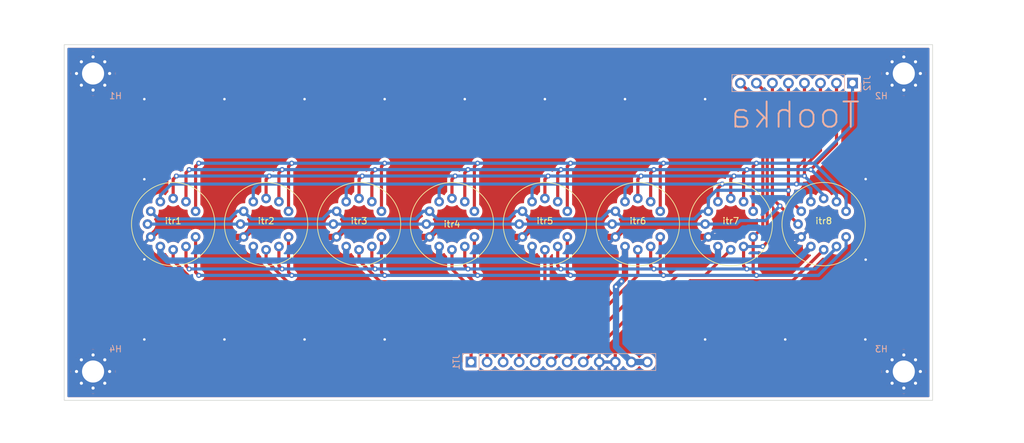
<source format=kicad_pcb>
(kicad_pcb (version 20211014) (generator pcbnew)
  (layers (0 "F.Cu" signal) (31 "B.Cu" signal) (34 "B.Paste" user) (35 "F.Paste" user) (36 "B.SilkS" user "B.Silkscreen") (37 "F.SilkS" user "F.Silkscreen") (38 "B.Mask" user) (39 "F.Mask" user) (44 "Edge.Cuts" user))
  (net 0 "")
  (net 1 "B")
  (net 2 "A")
  (net 3 "G")
  (net 4 "F")
  (net 5 "E")
  (net 6 "D")
  (net 7 "+1V5")
  (net 8 "Gr1")
  (net 9 "C")
  (net 10 "GND")
  (net 11 "DP")
  (net 12 "Gr2")
  (net 13 "Gr3")
  (net 14 "Gr4")
  (net 15 "Gr5")
  (net 16 "Gr6")
  (net 17 "Gr7")
  (net 18 "Gr8")
  (footprint "Itron:itron_IV_6" (layer "F.Cu") (at 169.164 108.712)
    (fp_text reference "itr7" (at 0 -0.5 unlocked) (layer "F.SilkS"))
    (fp_text value "itron_IV_6")
    (fp_circle (center 0 0) (end 6.604 0) (layer "F.SilkS") (width 0.12) (fill none))
    (pad "1" thru_hole circle (at 3.556 -2.032) (size 1.524 1.524) (drill 0.762) (layers *.Cu *.Mask) (net 1 "B"))
    (pad "2" thru_hole circle (at 2.032 -3.556) (size 1.524 1.524) (drill 0.762) (layers *.Cu *.Mask) (net 2 "A"))
    (pad "3" thru_hole circle (at 0 -4.064) (size 1.524 1.524) (drill 0.762) (layers *.Cu *.Mask) (net 3 "G"))
    (pad "4" thru_hole circle (at -2.032 -3.556) (size 1.524 1.524) (drill 0.762) (layers *.Cu *.Mask) (net 4 "F"))
    (pad "5" thru_hole circle (at -3.556 -2.032) (size 1.524 1.524) (drill 0.762) (layers *.Cu *.Mask) (net 5 "E"))
    (pad "6" thru_hole circle (at -4.064 0) (size 1.524 1.524) (drill 0.762) (layers *.Cu *.Mask) (net 6 "D"))
    (pad "7" thru_hole circle (at -3.556 2.032) (size 1.524 1.524) (drill 0.762) (layers *.Cu *.Mask) (net 10 "GND"))
    (pad "8" thru_hole circle (at -2.032 3.556) (size 1.524 1.524) (drill 0.762) (layers *.Cu *.Mask) (net 7 "+1V5"))
    (pad "9" thru_hole circle (at 0 4.064) (size 1.524 1.524) (drill 0.762) (layers *.Cu *.Mask) (net 17 "Gr7"))
    (pad "10" thru_hole circle (at 2.032 3.556) (size 1.524 1.524) (drill 0.762) (layers *.Cu *.Mask) (net 9 "C"))
    (pad "11" thru_hole circle (at 3.556 2.032) (size 1.524 1.524) (drill 0.762) (layers *.Cu *.Mask) (net 11 "DP"))
  )
  (footprint "Itron:itron_IV_6" (layer "F.Cu") (at 154.432 108.712)
    (fp_text reference "itr6" (at 0 -0.5 unlocked) (layer "F.SilkS"))
    (fp_text value "itron_IV_6")
    (fp_circle (center 0 0) (end 6.604 0) (layer "F.SilkS") (width 0.12) (fill none))
    (pad "1" thru_hole circle (at 3.556 -2.032) (size 1.524 1.524) (drill 0.762) (layers *.Cu *.Mask) (net 1 "B"))
    (pad "2" thru_hole circle (at 2.032 -3.556) (size 1.524 1.524) (drill 0.762) (layers *.Cu *.Mask) (net 2 "A"))
    (pad "3" thru_hole circle (at 0 -4.064) (size 1.524 1.524) (drill 0.762) (layers *.Cu *.Mask) (net 3 "G"))
    (pad "4" thru_hole circle (at -2.032 -3.556) (size 1.524 1.524) (drill 0.762) (layers *.Cu *.Mask) (net 4 "F"))
    (pad "5" thru_hole circle (at -3.556 -2.032) (size 1.524 1.524) (drill 0.762) (layers *.Cu *.Mask) (net 5 "E"))
    (pad "6" thru_hole circle (at -4.064 0) (size 1.524 1.524) (drill 0.762) (layers *.Cu *.Mask) (net 6 "D"))
    (pad "7" thru_hole circle (at -3.556 2.032) (size 1.524 1.524) (drill 0.762) (layers *.Cu *.Mask) (net 10 "GND"))
    (pad "8" thru_hole circle (at -2.032 3.556) (size 1.524 1.524) (drill 0.762) (layers *.Cu *.Mask) (net 7 "+1V5"))
    (pad "9" thru_hole circle (at 0 4.064) (size 1.524 1.524) (drill 0.762) (layers *.Cu *.Mask) (net 16 "Gr6"))
    (pad "10" thru_hole circle (at 2.032 3.556) (size 1.524 1.524) (drill 0.762) (layers *.Cu *.Mask) (net 9 "C"))
    (pad "11" thru_hole circle (at 3.556 2.032) (size 1.524 1.524) (drill 0.762) (layers *.Cu *.Mask) (net 11 "DP"))
  )
  (footprint "MountingHole:MountingHole_3.5mm_Pad_Via" (layer "F.Cu") (at 196.596 84.836)
    (fp_text reference "H2" (at -3.556 3.556) (layer "B.SilkS") (effects (justify mirror)))
    (fp_text value "MountingHole_Pad")
    (pad "1" thru_hole circle (at -2.625 0) (size 0.8 0.8) (drill 0.5) (layers *.Cu *.Mask) (net 10 "GND"))
    (pad "1" thru_hole circle (at 0 2.625) (size 0.8 0.8) (drill 0.5) (layers *.Cu *.Mask) (net 10 "GND"))
    (pad "1" thru_hole circle (at 2.625 0) (size 0.8 0.8) (drill 0.5) (layers *.Cu *.Mask) (net 10 "GND"))
    (pad "1" thru_hole circle (at 1.856155 1.856155) (size 0.8 0.8) (drill 0.5) (layers *.Cu *.Mask) (net 10 "GND"))
    (pad "1" thru_hole circle (at -1.856155 -1.856155) (size 0.8 0.8) (drill 0.5) (layers *.Cu *.Mask) (net 10 "GND"))
    (pad "1" thru_hole circle (at -1.856155 1.856155) (size 0.8 0.8) (drill 0.5) (layers *.Cu *.Mask) (net 10 "GND"))
    (pad "1" thru_hole circle (at 0 0) (size 7 7) (drill 3.5) (layers *.Cu *.Mask) (net 10 "GND"))
    (pad "1" thru_hole circle (at 0 -2.625) (size 0.8 0.8) (drill 0.5) (layers *.Cu *.Mask) (net 10 "GND"))
    (pad "1" thru_hole circle (at 1.856155 -1.856155) (size 0.8 0.8) (drill 0.5) (layers *.Cu *.Mask) (net 10 "GND"))
  )
  (footprint "Itron:itron_IV_6" (layer "F.Cu") (at 95.504 108.712)
    (fp_text reference "itr2" (at 0 -0.5 unlocked) (layer "F.SilkS"))
    (fp_text value "itron_IV_6")
    (fp_circle (center 0 0) (end 6.604 0) (layer "F.SilkS") (width 0.12) (fill none))
    (pad "1" thru_hole circle (at 3.556 -2.032) (size 1.524 1.524) (drill 0.762) (layers *.Cu *.Mask) (net 1 "B"))
    (pad "2" thru_hole circle (at 2.032 -3.556) (size 1.524 1.524) (drill 0.762) (layers *.Cu *.Mask) (net 2 "A"))
    (pad "3" thru_hole circle (at 0 -4.064) (size 1.524 1.524) (drill 0.762) (layers *.Cu *.Mask) (net 3 "G"))
    (pad "4" thru_hole circle (at -2.032 -3.556) (size 1.524 1.524) (drill 0.762) (layers *.Cu *.Mask) (net 4 "F"))
    (pad "5" thru_hole circle (at -3.556 -2.032) (size 1.524 1.524) (drill 0.762) (layers *.Cu *.Mask) (net 5 "E"))
    (pad "6" thru_hole circle (at -4.064 0) (size 1.524 1.524) (drill 0.762) (layers *.Cu *.Mask) (net 6 "D"))
    (pad "7" thru_hole circle (at -3.556 2.032) (size 1.524 1.524) (drill 0.762) (layers *.Cu *.Mask) (net 10 "GND"))
    (pad "8" thru_hole circle (at -2.032 3.556) (size 1.524 1.524) (drill 0.762) (layers *.Cu *.Mask) (net 7 "+1V5"))
    (pad "9" thru_hole circle (at 0 4.064) (size 1.524 1.524) (drill 0.762) (layers *.Cu *.Mask) (net 12 "Gr2"))
    (pad "10" thru_hole circle (at 2.032 3.556) (size 1.524 1.524) (drill 0.762) (layers *.Cu *.Mask) (net 9 "C"))
    (pad "11" thru_hole circle (at 3.556 2.032) (size 1.524 1.524) (drill 0.762) (layers *.Cu *.Mask) (net 11 "DP"))
  )
  (footprint "Itron:itron_IV_6" (layer "F.Cu") (at 110.236 108.712)
    (fp_text reference "itr3" (at 0 -0.5 unlocked) (layer "F.SilkS"))
    (fp_text value "itron_IV_6")
    (fp_circle (center 0 0) (end 6.604 0) (layer "F.SilkS") (width 0.12) (fill none))
    (pad "1" thru_hole circle (at 3.556 -2.032) (size 1.524 1.524) (drill 0.762) (layers *.Cu *.Mask) (net 1 "B"))
    (pad "2" thru_hole circle (at 2.032 -3.556) (size 1.524 1.524) (drill 0.762) (layers *.Cu *.Mask) (net 2 "A"))
    (pad "3" thru_hole circle (at 0 -4.064) (size 1.524 1.524) (drill 0.762) (layers *.Cu *.Mask) (net 3 "G"))
    (pad "4" thru_hole circle (at -2.032 -3.556) (size 1.524 1.524) (drill 0.762) (layers *.Cu *.Mask) (net 4 "F"))
    (pad "5" thru_hole circle (at -3.556 -2.032) (size 1.524 1.524) (drill 0.762) (layers *.Cu *.Mask) (net 5 "E"))
    (pad "6" thru_hole circle (at -4.064 0) (size 1.524 1.524) (drill 0.762) (layers *.Cu *.Mask) (net 6 "D"))
    (pad "7" thru_hole circle (at -3.556 2.032) (size 1.524 1.524) (drill 0.762) (layers *.Cu *.Mask) (net 10 "GND"))
    (pad "8" thru_hole circle (at -2.032 3.556) (size 1.524 1.524) (drill 0.762) (layers *.Cu *.Mask) (net 7 "+1V5"))
    (pad "9" thru_hole circle (at 0 4.064) (size 1.524 1.524) (drill 0.762) (layers *.Cu *.Mask) (net 13 "Gr3"))
    (pad "10" thru_hole circle (at 2.032 3.556) (size 1.524 1.524) (drill 0.762) (layers *.Cu *.Mask) (net 9 "C"))
    (pad "11" thru_hole circle (at 3.556 2.032) (size 1.524 1.524) (drill 0.762) (layers *.Cu *.Mask) (net 11 "DP"))
  )
  (footprint "Itron:itron_IV_6" (layer "F.Cu") (at 183.896 108.712)
    (fp_text reference "itr8" (at 0 -0.5 unlocked) (layer "F.SilkS"))
    (fp_text value "itron_IV_6")
    (fp_circle (center 0 0) (end 6.604 0) (layer "F.SilkS") (width 0.12) (fill none))
    (pad "1" thru_hole circle (at 3.556 -2.032) (size 1.524 1.524) (drill 0.762) (layers *.Cu *.Mask) (net 1 "B"))
    (pad "2" thru_hole circle (at 2.032 -3.556) (size 1.524 1.524) (drill 0.762) (layers *.Cu *.Mask) (net 2 "A"))
    (pad "3" thru_hole circle (at 0 -4.064) (size 1.524 1.524) (drill 0.762) (layers *.Cu *.Mask) (net 3 "G"))
    (pad "4" thru_hole circle (at -2.032 -3.556) (size 1.524 1.524) (drill 0.762) (layers *.Cu *.Mask) (net 4 "F"))
    (pad "5" thru_hole circle (at -3.556 -2.032) (size 1.524 1.524) (drill 0.762) (layers *.Cu *.Mask) (net 5 "E"))
    (pad "6" thru_hole circle (at -4.064 0) (size 1.524 1.524) (drill 0.762) (layers *.Cu *.Mask) (net 6 "D"))
    (pad "7" thru_hole circle (at -3.556 2.032) (size 1.524 1.524) (drill 0.762) (layers *.Cu *.Mask) (net 10 "GND"))
    (pad "8" thru_hole circle (at -2.032 3.556) (size 1.524 1.524) (drill 0.762) (layers *.Cu *.Mask) (net 7 "+1V5"))
    (pad "9" thru_hole circle (at 0 4.064) (size 1.524 1.524) (drill 0.762) (layers *.Cu *.Mask) (net 18 "Gr8"))
    (pad "10" thru_hole circle (at 2.032 3.556) (size 1.524 1.524) (drill 0.762) (layers *.Cu *.Mask) (net 9 "C"))
    (pad "11" thru_hole circle (at 3.556 2.032) (size 1.524 1.524) (drill 0.762) (layers *.Cu *.Mask) (net 11 "DP"))
  )
  (footprint "MountingHole:MountingHole_3.5mm_Pad_Via" (layer "F.Cu") (at 68.072 132.08)
    (fp_text reference "H4" (at 3.556 -3.556) (layer "B.SilkS") (effects (justify mirror)))
    (fp_text value "MountingHole_Pad")
    (pad "1" thru_hole circle (at 1.856155 -1.856155) (size 0.8 0.8) (drill 0.5) (layers *.Cu *.Mask) (net 10 "GND"))
    (pad "1" thru_hole circle (at 2.625 0) (size 0.8 0.8) (drill 0.5) (layers *.Cu *.Mask) (net 10 "GND"))
    (pad "1" thru_hole circle (at -2.625 0) (size 0.8 0.8) (drill 0.5) (layers *.Cu *.Mask) (net 10 "GND"))
    (pad "1" thru_hole circle (at -1.856155 1.856155) (size 0.8 0.8) (drill 0.5) (layers *.Cu *.Mask) (net 10 "GND"))
    (pad "1" thru_hole circle (at 0 0) (size 7 7) (drill 3.5) (layers *.Cu *.Mask) (net 10 "GND"))
    (pad "1" thru_hole circle (at -1.856155 -1.856155) (size 0.8 0.8) (drill 0.5) (layers *.Cu *.Mask) (net 10 "GND"))
    (pad "1" thru_hole circle (at 0 2.625) (size 0.8 0.8) (drill 0.5) (layers *.Cu *.Mask) (net 10 "GND"))
    (pad "1" thru_hole circle (at 1.856155 1.856155) (size 0.8 0.8) (drill 0.5) (layers *.Cu *.Mask) (net 10 "GND"))
    (pad "1" thru_hole circle (at 0 -2.625) (size 0.8 0.8) (drill 0.5) (layers *.Cu *.Mask) (net 10 "GND"))
  )
  (footprint "Itron:itron_IV_6" (layer "F.Cu") (at 124.968 108.712)
    (fp_text reference "itr4" (at 0 0 unlocked) (layer "F.SilkS"))
    (fp_text value "itron_IV_6")
    (fp_circle (center 0 0) (end 6.604 0) (layer "F.SilkS") (width 0.12) (fill none))
    (pad "1" thru_hole circle (at 3.556 -2.032) (size 1.524 1.524) (drill 0.762) (layers *.Cu *.Mask) (net 1 "B"))
    (pad "2" thru_hole circle (at 2.032 -3.556) (size 1.524 1.524) (drill 0.762) (layers *.Cu *.Mask) (net 2 "A"))
    (pad "3" thru_hole circle (at 0 -4.064) (size 1.524 1.524) (drill 0.762) (layers *.Cu *.Mask) (net 3 "G"))
    (pad "4" thru_hole circle (at -2.032 -3.556) (size 1.524 1.524) (drill 0.762) (layers *.Cu *.Mask) (net 4 "F"))
    (pad "5" thru_hole circle (at -3.556 -2.032) (size 1.524 1.524) (drill 0.762) (layers *.Cu *.Mask) (net 5 "E"))
    (pad "6" thru_hole circle (at -4.064 0) (size 1.524 1.524) (drill 0.762) (layers *.Cu *.Mask) (net 6 "D"))
    (pad "7" thru_hole circle (at -3.556 2.032) (size 1.524 1.524) (drill 0.762) (layers *.Cu *.Mask) (net 10 "GND"))
    (pad "8" thru_hole circle (at -2.032 3.556) (size 1.524 1.524) (drill 0.762) (layers *.Cu *.Mask) (net 7 "+1V5"))
    (pad "9" thru_hole circle (at 0 4.064) (size 1.524 1.524) (drill 0.762) (layers *.Cu *.Mask) (net 14 "Gr4"))
    (pad "10" thru_hole circle (at 2.032 3.556) (size 1.524 1.524) (drill 0.762) (layers *.Cu *.Mask) (net 9 "C"))
    (pad "11" thru_hole circle (at 3.556 2.032) (size 1.524 1.524) (drill 0.762) (layers *.Cu *.Mask) (net 11 "DP"))
  )
  (footprint "MountingHole:MountingHole_3.5mm_Pad_Via" (layer "F.Cu") (at 68.072 84.836)
    (fp_text reference "H1" (at 3.556 3.556) (layer "B.SilkS") (effects (justify mirror)))
    (fp_text value "MountingHole_Pad")
    (pad "1" thru_hole circle (at 0 0) (size 7 7) (drill 3.5) (layers *.Cu *.Mask) (net 10 "GND"))
    (pad "1" thru_hole circle (at -1.856155 1.856155) (size 0.8 0.8) (drill 0.5) (layers *.Cu *.Mask) (net 10 "GND"))
    (pad "1" thru_hole circle (at -1.856155 -1.856155) (size 0.8 0.8) (drill 0.5) (layers *.Cu *.Mask) (net 10 "GND"))
    (pad "1" thru_hole circle (at 1.856155 1.856155) (size 0.8 0.8) (drill 0.5) (layers *.Cu *.Mask) (net 10 "GND"))
    (pad "1" thru_hole circle (at -2.625 0) (size 0.8 0.8) (drill 0.5) (layers *.Cu *.Mask) (net 10 "GND"))
    (pad "1" thru_hole circle (at 0 2.625) (size 0.8 0.8) (drill 0.5) (layers *.Cu *.Mask) (net 10 "GND"))
    (pad "1" thru_hole circle (at 0 -2.625) (size 0.8 0.8) (drill 0.5) (layers *.Cu *.Mask) (net 10 "GND"))
    (pad "1" thru_hole circle (at 1.856155 -1.856155) (size 0.8 0.8) (drill 0.5) (layers *.Cu *.Mask) (net 10 "GND"))
    (pad "1" thru_hole circle (at 2.625 0) (size 0.8 0.8) (drill 0.5) (layers *.Cu *.Mask) (net 10 "GND"))
  )
  (footprint "Itron:itron_IV_6" (layer "F.Cu") (at 80.772 108.712)
    (fp_text reference "itr1" (at 0 -0.5 unlocked) (layer "F.SilkS"))
    (fp_text value "itron_IV_6")
    (fp_circle (center 0 0) (end 6.604 0) (layer "F.SilkS") (width 0.12) (fill none))
    (pad "1" thru_hole circle (at 3.556 -2.032) (size 1.524 1.524) (drill 0.762) (layers *.Cu *.Mask) (net 1 "B"))
    (pad "2" thru_hole circle (at 2.032 -3.556) (size 1.524 1.524) (drill 0.762) (layers *.Cu *.Mask) (net 2 "A"))
    (pad "3" thru_hole circle (at 0 -4.064) (size 1.524 1.524) (drill 0.762) (layers *.Cu *.Mask) (net 3 "G"))
    (pad "4" thru_hole circle (at -2.032 -3.556) (size 1.524 1.524) (drill 0.762) (layers *.Cu *.Mask) (net 4 "F"))
    (pad "5" thru_hole circle (at -3.556 -2.032) (size 1.524 1.524) (drill 0.762) (layers *.Cu *.Mask) (net 5 "E"))
    (pad "6" thru_hole circle (at -4.064 0) (size 1.524 1.524) (drill 0.762) (layers *.Cu *.Mask) (net 6 "D"))
    (pad "7" thru_hole circle (at -3.556 2.032) (size 1.524 1.524) (drill 0.762) (layers *.Cu *.Mask) (net 10 "GND"))
    (pad "8" thru_hole circle (at -2.032 3.556) (size 1.524 1.524) (drill 0.762) (layers *.Cu *.Mask) (net 7 "+1V5"))
    (pad "9" thru_hole circle (at 0 4.064) (size 1.524 1.524) (drill 0.762) (layers *.Cu *.Mask) (net 8 "Gr1"))
    (pad "10" thru_hole circle (at 2.032 3.556) (size 1.524 1.524) (drill 0.762) (layers *.Cu *.Mask) (net 9 "C"))
    (pad "11" thru_hole circle (at 3.556 2.032) (size 1.524 1.524) (drill 0.762) (layers *.Cu *.Mask) (net 11 "DP"))
  )
  (footprint "Itron:itron_IV_6" (layer "F.Cu") (at 139.7 108.712)
    (fp_text reference "itr5" (at 0 -0.5 unlocked) (layer "F.SilkS"))
    (fp_text value "itron_IV_6")
    (fp_circle (center 0 0) (end 6.604 0) (layer "F.SilkS") (width 0.12) (fill none))
    (pad "1" thru_hole circle (at 3.556 -2.032) (size 1.524 1.524) (drill 0.762) (layers *.Cu *.Mask) (net 1 "B"))
    (pad "2" thru_hole circle (at 2.032 -3.556) (size 1.524 1.524) (drill 0.762) (layers *.Cu *.Mask) (net 2 "A"))
    (pad "3" thru_hole circle (at 0 -4.064) (size 1.524 1.524) (drill 0.762) (layers *.Cu *.Mask) (net 3 "G"))
    (pad "4" thru_hole circle (at -2.032 -3.556) (size 1.524 1.524) (drill 0.762) (layers *.Cu *.Mask) (net 4 "F"))
    (pad "5" thru_hole circle (at -3.556 -2.032) (size 1.524 1.524) (drill 0.762) (layers *.Cu *.Mask) (net 5 "E"))
    (pad "6" thru_hole circle (at -4.064 0) (size 1.524 1.524) (drill 0.762) (layers *.Cu *.Mask) (net 6 "D"))
    (pad "7" thru_hole circle (at -3.556 2.032) (size 1.524 1.524) (drill 0.762) (layers *.Cu *.Mask) (net 10 "GND"))
    (pad "8" thru_hole circle (at -2.032 3.556) (size 1.524 1.524) (drill 0.762) (layers *.Cu *.Mask) (net 7 "+1V5"))
    (pad "9" thru_hole circle (at 0 4.064) (size 1.524 1.524) (drill 0.762) (layers *.Cu *.Mask) (net 15 "Gr5"))
    (pad "10" thru_hole circle (at 2.032 3.556) (size 1.524 1.524) (drill 0.762) (layers *.Cu *.Mask) (net 9 "C"))
    (pad "11" thru_hole circle (at 3.556 2.032) (size 1.524 1.524) (drill 0.762) (layers *.Cu *.Mask) (net 11 "DP"))
  )
  (footprint "MountingHole:MountingHole_3.5mm_Pad_Via" (layer "F.Cu") (at 196.596 132.08)
    (fp_text reference "H3" (at -3.556 -3.556) (layer "B.SilkS") (effects (justify mirror)))
    (fp_text value "MountingHole_Pad")
    (pad "1" thru_hole circle (at 1.856155 1.856155) (size 0.8 0.8) (drill 0.5) (layers *.Cu *.Mask) (net 10 "GND"))
    (pad "1" thru_hole circle (at -1.856155 -1.856155) (size 0.8 0.8) (drill 0.5) (layers *.Cu *.Mask) (net 10 "GND"))
    (pad "1" thru_hole circle (at -1.856155 1.856155) (size 0.8 0.8) (drill 0.5) (layers *.Cu *.Mask) (net 10 "GND"))
    (pad "1" thru_hole circle (at 2.625 0) (size 0.8 0.8) (drill 0.5) (layers *.Cu *.Mask) (net 10 "GND"))
    (pad "1" thru_hole circle (at 0 -2.625) (size 0.8 0.8) (drill 0.5) (layers *.Cu *.Mask) (net 10 "GND"))
    (pad "1" thru_hole circle (at 1.856155 -1.856155) (size 0.8 0.8) (drill 0.5) (layers *.Cu *.Mask) (net 10 "GND"))
    (pad "1" thru_hole circle (at 0 0) (size 7 7) (drill 3.5) (layers *.Cu *.Mask) (net 10 "GND"))
    (pad "1" thru_hole circle (at 0 2.625) (size 0.8 0.8) (drill 0.5) (layers *.Cu *.Mask) (net 10 "GND"))
    (pad "1" thru_hole circle (at -2.625 0) (size 0.8 0.8) (drill 0.5) (layers *.Cu *.Mask) (net 10 "GND"))
  )
  (footprint "Connector_PinHeader_2.54mm:PinHeader_1x12_P2.54mm_Vertical" (layer "B.Cu") (at 128 130.575 -90)
    (fp_text reference "JT1" (at 0 2.33 90) (layer "B.SilkS") (effects (justify mirror)))
    (fp_text value "Conn_01x12")
    (fp_line (start -1.33 1.33) (end 0 1.33) (layer "B.SilkS") (width 0.12))
    (fp_line (start -1.33 -1.27) (end 1.33 -1.27) (layer "B.SilkS") (width 0.12))
    (fp_line (start 1.33 -1.27) (end 1.33 -29.27) (layer "B.SilkS") (width 0.12))
    (fp_line (start -1.33 -29.27) (end 1.33 -29.27) (layer "B.SilkS") (width 0.12))
    (fp_line (start -1.33 -1.27) (end -1.33 -29.27) (layer "B.SilkS") (width 0.12))
    (fp_line (start -1.33 0) (end -1.33 1.33) (layer "B.SilkS") (width 0.12))
    (pad "1" thru_hole rect (at 0 0 270) (size 1.7 1.7) (drill 1) (layers *.Cu *.Mask) (net 8 "Gr1"))
    (pad "2" thru_hole oval (at 0 -2.54 270) (size 1.7 1.7) (drill 1) (layers *.Cu *.Mask) (net 12 "Gr2"))
    (pad "3" thru_hole oval (at 0 -5.08 270) (size 1.7 1.7) (drill 1) (layers *.Cu *.Mask) (net 13 "Gr3"))
    (pad "4" thru_hole oval (at 0 -7.62 270) (size 1.7 1.7) (drill 1) (layers *.Cu *.Mask) (net 14 "Gr4"))
    (pad "5" thru_hole oval (at 0 -10.16 270) (size 1.7 1.7) (drill 1) (layers *.Cu *.Mask) (net 15 "Gr5"))
    (pad "6" thru_hole oval (at 0 -12.7 270) (size 1.7 1.7) (drill 1) (layers *.Cu *.Mask) (net 16 "Gr6"))
    (pad "7" thru_hole oval (at 0 -15.24 270) (size 1.7 1.7) (drill 1) (layers *.Cu *.Mask) (net 17 "Gr7"))
    (pad "8" thru_hole oval (at 0 -17.78 270) (size 1.7 1.7) (drill 1) (layers *.Cu *.Mask) (net 18 "Gr8"))
    (pad "9" thru_hole oval (at 0 -20.32 270) (size 1.7 1.7) (drill 1) (layers *.Cu *.Mask) (net 10 "GND"))
    (pad "10" thru_hole oval (at 0 -22.86 270) (size 1.7 1.7) (drill 1) (layers *.Cu *.Mask) (net 10 "GND"))
    (pad "11" thru_hole oval (at 0 -25.4 270) (size 1.7 1.7) (drill 1) (layers *.Cu *.Mask) (net 7 "+1V5"))
    (pad "12" thru_hole oval (at 0 -27.94 270) (size 1.7 1.7) (drill 1) (layers *.Cu *.Mask) (net 7 "+1V5"))
  )
  (footprint "Connector_PinHeader_2.54mm:PinHeader_1x08_P2.54mm_Vertical" (layer "B.Cu") (at 188.468 86.36 90)
    (fp_text reference "JT2" (at 0 2.33 90) (layer "B.SilkS") (effects (justify mirror)))
    (fp_text value "Conn_01x08")
    (fp_line (start -1.33 -1.27) (end 1.33 -1.27) (layer "B.SilkS") (width 0.12))
    (fp_line (start 1.33 -1.27) (end 1.33 -19.11) (layer "B.SilkS") (width 0.12))
    (fp_line (start -1.33 -1.27) (end -1.33 -19.11) (layer "B.SilkS") (width 0.12))
    (fp_line (start -1.33 -19.11) (end 1.33 -19.11) (layer "B.SilkS") (width 0.12))
    (fp_line (start -1.33 1.33) (end 0 1.33) (layer "B.SilkS") (width 0.12))
    (fp_line (start -1.33 0) (end -1.33 1.33) (layer "B.SilkS") (width 0.12))
    (pad "1" thru_hole rect (at 0 0 90) (size 1.7 1.7) (drill 1) (layers *.Cu *.Mask) (net 1 "B"))
    (pad "2" thru_hole oval (at 0 -2.54 90) (size 1.7 1.7) (drill 1) (layers *.Cu *.Mask) (net 2 "A"))
    (pad "3" thru_hole oval (at 0 -5.08 90) (size 1.7 1.7) (drill 1) (layers *.Cu *.Mask) (net 3 "G"))
    (pad "4" thru_hole oval (at 0 -7.62 90) (size 1.7 1.7) (drill 1) (layers *.Cu *.Mask) (net 4 "F"))
    (pad "5" thru_hole oval (at 0 -10.16 90) (size 1.7 1.7) (drill 1) (layers *.Cu *.Mask) (net 5 "E"))
    (pad "6" thru_hole oval (at 0 -12.7 90) (size 1.7 1.7) (drill 1) (layers *.Cu *.Mask) (net 6 "D"))
    (pad "7" thru_hole oval (at 0 -15.24 90) (size 1.7 1.7) (drill 1) (layers *.Cu *.Mask) (net 9 "C"))
    (pad "8" thru_hole oval (at 0 -17.78 90) (size 1.7 1.7) (drill 1) (layers *.Cu *.Mask) (net 11 "DP"))
  )
  (gr_rect (start 63.5 80.264) (end 201.168 136.652) (layer "Edge.Cuts") (width 0.1) (fill none))
  (gr_text "Toohka" (at 179.324 91.44) (layer "B.SilkS") (effects (font (size 4 4) (thickness 0.3)) (justify mirror)))
  (segment (start 113.792 106.68) (end 113.792 99.568) (width 0.5) (layer "F.Cu") (net 1))
  (segment (start 157.988 106.68) (end 157.988 99.568) (width 0.5) (layer "F.Cu") (net 1))
  (segment (start 113.792 99.568) (end 114.3 99.06) (width 0.5) (layer "F.Cu") (net 1))
  (segment (start 128.524 106.68) (end 128.524 99.568) (width 0.5) (layer "F.Cu") (net 1))
  (segment (start 128.524 99.568) (end 129.032 99.06) (width 0.5) (layer "F.Cu") (net 1))
  (segment (start 99.06 106.68) (end 99.06 99.568) (width 0.5) (layer "F.Cu") (net 1))
  (segment (start 84.328 99.568) (end 84.836 99.06) (width 0.5) (layer "F.Cu") (net 1))
  (segment (start 143.256 99.568) (end 143.764 99.06) (width 0.5) (layer "F.Cu") (net 1))
  (segment (start 172.72 99.568) (end 173.228 99.06) (width 0.5) (layer "F.Cu") (net 1))
  (segment (start 172.72 106.68) (end 172.72 99.568) (width 0.5) (layer "F.Cu") (net 1))
  (segment (start 84.328 106.68) (end 84.328 99.568) (width 0.5) (layer "F.Cu") (net 1))
  (segment (start 157.988 99.568) (end 158.496 99.06) (width 0.5) (layer "F.Cu") (net 1))
  (segment (start 99.06 99.568) (end 99.568 99.06) (width 0.5) (layer "F.Cu") (net 1))
  (segment (start 143.256 106.68) (end 143.256 99.568) (width 0.5) (layer "F.Cu") (net 1))
  (via (at 99.568 99.06) (size 0.8) (drill 0.4) (layers "F.Cu" "B.Cu") (net 1))
  (via (at 84.836 99.06) (size 0.8) (drill 0.4) (layers "F.Cu" "B.Cu") (net 1))
  (via (at 114.3 99.06) (size 0.8) (drill 0.4) (layers "F.Cu" "B.Cu") (net 1))
  (via (at 143.764 99.06) (size 0.8) (drill 0.4) (layers "F.Cu" "B.Cu") (net 1))
  (via (at 129.032 99.06) (size 0.8) (drill 0.4) (layers "F.Cu" "B.Cu") (net 1))
  (via (at 173.228 99.06) (size 0.8) (drill 0.4) (layers "F.Cu" "B.Cu") (net 1))
  (via (at 158.496 99.06) (size 0.8) (drill 0.4) (layers "F.Cu" "B.Cu") (net 1))
  (segment (start 84.836 99.06) (end 182.372 99.06) (width 0.5) (layer "B.Cu") (net 1))
  (segment (start 187.452 104.14) (end 187.452 106.68) (width 0.5) (layer "B.Cu") (net 1))
  (segment (start 182.372 99.06) (end 187.452 104.14) (width 0.5) (layer "B.Cu") (net 1))
  (segment (start 188.468 86.36) (end 188.468 92.964) (width 0.5) (layer "B.Cu") (net 1))
  (segment (start 188.468 92.964) (end 182.372 99.06) (width 0.5) (layer "B.Cu") (net 1))
  (segment (start 127 100.584) (end 127.508 100.076) (width 0.5) (layer "F.Cu") (net 2))
  (segment (start 97.536 105.156) (end 97.536 100.584) (width 0.5) (layer "F.Cu") (net 2))
  (segment (start 82.804 105.156) (end 82.804 100.584) (width 0.5) (layer "F.Cu") (net 2))
  (segment (start 112.268 100.584) (end 112.776 100.076) (width 0.5) (layer "F.Cu") (net 2))
  (segment (start 171.196 105.156) (end 171.196 100.584) (width 0.5) (layer "F.Cu") (net 2))
  (segment (start 127 105.156) (end 127 100.584) (width 0.5) (layer "F.Cu") (net 2))
  (segment (start 141.732 100.584) (end 142.24 100.076) (width 0.5) (layer "F.Cu") (net 2))
  (segment (start 171.196 100.584) (end 171.704 100.076) (width 0.5) (layer "F.Cu") (net 2))
  (segment (start 185.928 86.36) (end 185.928 96.012) (width 0.5) (layer "F.Cu") (net 2))
  (segment (start 156.464 100.584) (end 156.972 100.076) (width 0.5) (layer "F.Cu") (net 2))
  (segment (start 185.928 96.012) (end 181.864 100.076) (width 0.5) (layer "F.Cu") (net 2))
  (segment (start 82.804 100.584) (end 83.312 100.076) (width 0.5) (layer "F.Cu") (net 2))
  (segment (start 141.732 105.156) (end 141.732 100.584) (width 0.5) (layer "F.Cu") (net 2))
  (segment (start 97.536 100.584) (end 98.044 100.076) (width 0.5) (layer "F.Cu") (net 2))
  (segment (start 112.268 105.156) (end 112.268 100.584) (width 0.5) (layer "F.Cu") (net 2))
  (segment (start 156.464 105.156) (end 156.464 100.584) (width 0.5) (layer "F.Cu") (net 2))
  (via (at 171.704 100.076) (size 0.8) (drill 0.4) (layers "F.Cu" "B.Cu") (net 2))
  (via (at 112.776 100.076) (size 0.8) (drill 0.4) (layers "F.Cu" "B.Cu") (net 2))
  (via (at 181.864 100.076) (size 0.8) (drill 0.4) (layers "F.Cu" "B.Cu") (net 2))
  (via (at 98.044 100.076) (size 0.8) (drill 0.4) (layers "F.Cu" "B.Cu") (net 2))
  (via (at 127.508 100.076) (size 0.8) (drill 0.4) (layers "F.Cu" "B.Cu") (net 2))
  (via (at 142.24 100.076) (size 0.8) (drill 0.4) (layers "F.Cu" "B.Cu") (net 2))
  (via (at 156.972 100.076) (size 0.8) (drill 0.4) (layers "F.Cu" "B.Cu") (net 2))
  (via (at 83.312 100.076) (size 0.8) (drill 0.4) (layers "F.Cu" "B.Cu") (net 2))
  (segment (start 181.864 100.076) (end 83.312 100.076) (width 0.5) (layer "B.Cu") (net 2))
  (segment (start 185.928 104.07837) (end 181.92563 100.076) (width 0.5) (layer "B.Cu") (net 2))
  (segment (start 181.92563 100.076) (end 181.864 100.076) (width 0.5) (layer "B.Cu") (net 2))
  (segment (start 185.928 105.156) (end 185.928 104.07837) (width 0.5) (layer "B.Cu") (net 2))
  (segment (start 183.388 97.028) (end 180.848 99.568) (width 0.5) (layer "F.Cu") (net 3))
  (segment (start 139.7 104.648) (end 139.7 101.6) (width 0.5) (layer "F.Cu") (net 3))
  (segment (start 110.236 101.6) (end 110.744 101.092) (width 0.5) (layer "F.Cu") (net 3))
  (segment (start 180.848 99.568) (end 180.848 101.092) (width 0.5) (layer "F.Cu") (net 3))
  (segment (start 183.388 86.36) (end 183.388 97.028) (width 0.5) (layer "F.Cu") (net 3))
  (segment (start 154.432 101.6) (end 154.94 101.092) (width 0.5) (layer "F.Cu") (net 3))
  (segment (start 124.968 104.648) (end 124.968 101.6) (width 0.5) (layer "F.Cu") (net 3))
  (segment (start 124.968 101.6) (end 125.476 101.092) (width 0.5) (layer "F.Cu") (net 3))
  (segment (start 80.772 104.648) (end 80.772 101.6) (width 0.5) (layer "F.Cu") (net 3))
  (segment (start 95.504 104.648) (end 95.504 101.6) (width 0.5) (layer "F.Cu") (net 3))
  (segment (start 110.236 104.648) (end 110.236 101.6) (width 0.5) (layer "F.Cu") (net 3))
  (segment (start 154.432 104.648) (end 154.432 101.6) (width 0.5) (layer "F.Cu") (net 3))
  (segment (start 80.772 101.6) (end 81.28 101.092) (width 0.5) (layer "F.Cu") (net 3))
  (segment (start 95.504 101.6) (end 96.012 101.092) (width 0.5) (layer "F.Cu") (net 3))
  (segment (start 169.164 101.6) (end 169.672 101.092) (width 0.5) (layer "F.Cu") (net 3))
  (segment (start 139.7 101.6) (end 140.208 101.092) (width 0.5) (layer "F.Cu") (net 3))
  (segment (start 169.164 104.648) (end 169.164 101.6) (width 0.5) (layer "F.Cu") (net 3))
  (via (at 81.28 101.092) (size 0.8) (drill 0.4) (layers "F.Cu" "B.Cu") (net 3))
  (via (at 154.94 101.092) (size 0.8) (drill 0.4) (layers "F.Cu" "B.Cu") (net 3))
  (via (at 140.208 101.092) (size 0.8) (drill 0.4) (layers "F.Cu" "B.Cu") (net 3))
  (via (at 110.744 101.092) (size 0.8) (drill 0.4) (layers "F.Cu" "B.Cu") (net 3))
  (via (at 96.012 101.092) (size 0.8) (drill 0.4) (layers "F.Cu" "B.Cu") (net 3))
  (via (at 180.848 101.092) (size 0.8) (drill 0.4) (layers "F.Cu" "B.Cu") (net 3))
  (via (at 169.672 101.092) (size 0.8) (drill 0.4) (layers "F.Cu" "B.Cu") (net 3))
  (via (at 125.476 101.092) (size 0.8) (drill 0.4) (layers "F.Cu" "B.Cu") (net 3))
  (segment (start 81.28 101.092) (end 180.848 101.092) (width 0.5) (layer "B.Cu") (net 3))
  (segment (start 180.848 101.092) (end 183.896 104.14) (width 0.5) (layer "B.Cu") (net 3))
  (segment (start 183.896 104.14) (end 183.896 104.648) (width 0.5) (layer "B.Cu") (net 3))
  (segment (start 180.848 98.552) (end 179.832 99.568) (width 0.5) (layer "F.Cu") (net 4))
  (segment (start 180.848 86.36) (end 180.848 98.552) (width 0.5) (layer "F.Cu") (net 4))
  (segment (start 179.832 99.568) (end 179.832 102.108) (width 0.5) (layer "F.Cu") (net 4))
  (segment (start 167.132 105.156) (end 167.132 103.043) (width 0.5) (layer "F.Cu") (net 4))
  (segment (start 167.132 103.043) (end 167.813 102.362) (width 0.5) (layer "F.Cu") (net 4))
  (segment (start 179.832 102.108) (end 179.578 102.362) (width 0.5) (layer "F.Cu") (net 4))
  (via (at 179.578 102.362) (size 0.8) (drill 0.4) (layers "F.Cu" "B.Cu") (net 4))
  (via (at 167.813 102.362) (size 0.8) (drill 0.4) (layers "F.Cu" "B.Cu") (net 4))
  (segment (start 122.936 105.156) (end 122.936 103.124) (width 0.5) (layer "B.Cu") (net 4))
  (segment (start 108.204 103.124) (end 108.966 102.362) (width 0.5) (layer "B.Cu") (net 4))
  (segment (start 78.74 104.14) (end 80.518 102.362) (width 0.5) (layer "B.Cu") (net 4))
  (segment (start 153.162 102.362) (end 167.813 102.362) (width 0.5) (layer "B.Cu") (net 4))
  (segment (start 152.4 105.156) (end 152.4 103.124) (width 0.5) (layer "B.Cu") (net 4))
  (segment (start 108.966 102.362) (end 123.698 102.362) (width 0.5) (layer "B.Cu") (net 4))
  (segment (start 78.74 105.156) (end 78.74 104.14) (width 0.5) (layer "B.Cu") (net 4))
  (segment (start 137.668 103.124) (end 138.43 102.362) (width 0.5) (layer "B.Cu") (net 4))
  (segment (start 108.204 105.156) (end 108.204 103.124) (width 0.5) (layer "B.Cu") (net 4))
  (segment (start 181.864 103.124) (end 181.102 102.362) (width 0.5) (layer "B.Cu") (net 4))
  (segment (start 138.43 102.362) (end 153.162 102.362) (width 0.5) (layer "B.Cu") (net 4))
  (segment (start 181.864 105.156) (end 181.864 103.124) (width 0.5) (layer "B.Cu") (net 4))
  (segment (start 122.936 103.124) (end 123.698 102.362) (width 0.5) (layer "B.Cu") (net 4))
  (segment (start 80.518 102.362) (end 94.234 102.362) (width 0.5) (layer "B.Cu") (net 4))
  (segment (start 94.234 102.362) (end 108.966 102.362) (width 0.5) (layer "B.Cu") (net 4))
  (segment (start 179.578 102.362) (end 167.894 102.362) (width 0.5) (layer "B.Cu") (net 4))
  (segment (start 93.472 105.156) (end 93.472 103.124) (width 0.5) (layer "B.Cu") (net 4))
  (segment (start 152.4 103.124) (end 153.162 102.362) (width 0.5) (layer "B.Cu") (net 4))
  (segment (start 93.472 103.124) (end 94.234 102.362) (width 0.5) (layer "B.Cu") (net 4))
  (segment (start 123.698 102.362) (end 138.43 102.362) (width 0.5) (layer "B.Cu") (net 4))
  (segment (start 181.102 102.362) (end 179.578 102.362) (width 0.5) (layer "B.Cu") (net 4))
  (segment (start 167.813 102.362) (end 167.894 102.362) (width 0.5) (layer "B.Cu") (net 4))
  (segment (start 137.668 105.156) (end 137.668 103.124) (width 0.5) (layer "B.Cu") (net 4))
  (segment (start 178.308 86.36) (end 178.308 103.367) (width 0.5) (layer "F.Cu") (net 5))
  (segment (start 178.308 104.648) (end 180.34 106.68) (width 0.5) (layer "F.Cu") (net 5))
  (segment (start 178.308 103.367) (end 178.308 104.648) (width 0.5) (layer "F.Cu") (net 5))
  (via (at 178.308 103.367) (size 0.8) (drill 0.4) (layers "F.Cu" "B.Cu") (net 5))
  (segment (start 165.608 106.68) (end 165.608 104.617) (width 0.5) (layer "B.Cu") (net 5))
  (segment (start 137.355511 107.891511) (end 136.144 106.68) (width 0.5) (layer "B.Cu") (net 5))
  (segment (start 135.128 106.68) (end 133.916489 107.891511) (width 0.5) (layer "B.Cu") (net 5))
  (segment (start 150.876 106.68) (end 149.86 106.68) (width 0.5) (layer "B.Cu") (net 5))
  (segment (start 89.720489 107.891511) (end 78.427511 107.891511) (width 0.5) (layer "B.Cu") (net 5))
  (segment (start 178.291 103.35) (end 178.308 103.367) (width 0.5) (layer "B.Cu") (net 5))
  (segment (start 165.608 104.617) (end 166.875 103.35) (width 0.5) (layer "B.Cu") (net 5))
  (segment (start 106.68 106.68) (end 105.664 106.68) (width 0.5) (layer "B.Cu") (net 5))
  (segment (start 163.380489 107.891511) (end 152.087511 107.891511) (width 0.5) (layer "B.Cu") (net 5))
  (segment (start 91.948 106.68) (end 90.932 106.68) (width 0.5) (layer "B.Cu") (net 5))
  (segment (start 105.664 106.68) (end 104.452489 107.891511) (width 0.5) (layer "B.Cu") (net 5))
  (segment (start 78.427511 107.891511) (end 77.216 106.68) (width 0.5) (layer "B.Cu") (net 5))
  (segment (start 93.159511 107.891511) (end 91.948 106.68) (width 0.5) (layer "B.Cu") (net 5))
  (segment (start 121.412 106.68) (end 120.396 106.68) (width 0.5) (layer "B.Cu") (net 5))
  (segment (start 133.916489 107.891511) (end 122.623511 107.891511) (width 0.5) (layer "B.Cu") (net 5))
  (segment (start 164.592 106.68) (end 163.380489 107.891511) (width 0.5) (layer "B.Cu") (net 5))
  (segment (start 149.86 106.68) (end 148.648489 107.891511) (width 0.5) (layer "B.Cu") (net 5))
  (segment (start 104.452489 107.891511) (end 93.159511 107.891511) (width 0.5) (layer "B.Cu") (net 5))
  (segment (start 122.623511 107.891511) (end 121.412 106.68) (width 0.5) (layer "B.Cu") (net 5))
  (segment (start 165.608 106.68) (end 164.592 106.68) (width 0.5) (layer "B.Cu") (net 5))
  (segment (start 136.144 106.68) (end 135.128 106.68) (width 0.5) (layer "B.Cu") (net 5))
  (segment (start 120.396 106.68) (end 119.184489 107.891511) (width 0.5) (layer "B.Cu") (net 5))
  (segment (start 148.648489 107.891511) (end 137.355511 107.891511) (width 0.5) (layer "B.Cu") (net 5))
  (segment (start 152.087511 107.891511) (end 150.876 106.68) (width 0.5) (layer "B.Cu") (net 5))
  (segment (start 107.891511 107.891511) (end 106.68 106.68) (width 0.5) (layer "B.Cu") (net 5))
  (segment (start 90.932 106.68) (end 89.720489 107.891511) (width 0.5) (layer "B.Cu") (net 5))
  (segment (start 166.875 103.35) (end 178.291 103.35) (width 0.5) (layer "B.Cu") (net 5))
  (segment (start 119.184489 107.891511) (end 107.891511 107.891511) (width 0.5) (layer "B.Cu") (net 5))
  (segment (start 175.768 104.648) (end 176.96 105.84) (width 0.5) (layer "F.Cu") (net 6))
  (segment (start 176.96 105.84) (end 179.832 108.712) (width 0.5) (layer "F.Cu") (net 6))
  (segment (start 175.768 86.36) (end 175.768 104.648) (width 0.5) (layer "F.Cu") (net 6))
  (via (at 176.96 105.84) (size 0.8) (drill 0.4) (layers "F.Cu" "B.Cu") (net 6))
  (segment (start 120.904 108.712) (end 135.636 108.712) (width 0.5) (layer "B.Cu") (net 6))
  (segment (start 91.44 108.712) (end 106.172 108.712) (width 0.5) (layer "B.Cu") (net 6))
  (segment (start 170.65 108.15) (end 174.65 108.15) (width 0.5) (layer "B.Cu") (net 6))
  (segment (start 76.708 108.712) (end 91.44 108.712) (width 0.5) (layer "B.Cu") (net 6))
  (segment (start 174.65 108.15) (end 176.96 105.84) (width 0.5) (layer "B.Cu") (net 6))
  (segment (start 165.1 108.712) (end 170.088 108.712) (width 0.5) (layer "B.Cu") (net 6))
  (segment (start 135.636 108.712) (end 150.368 108.712) (width 0.5) (layer "B.Cu") (net 6))
  (segment (start 170.088 108.712) (end 170.65 108.15) (width 0.5) (layer "B.Cu") (net 6))
  (segment (start 150.368 108.712) (end 165.1 108.712) (width 0.5) (layer "B.Cu") (net 6))
  (segment (start 106.172 108.712) (end 120.904 108.712) (width 0.5) (layer "B.Cu") (net 6))
  (segment (start 152.4 117.225) (end 151.8375 117.7875) (width 1) (layer "F.Cu") (net 7))
  (segment (start 151.8375 117.7875) (end 150.975 118.65) (width 1) (layer "F.Cu") (net 7))
  (segment (start 152.4 112.268) (end 152.4 117.225) (width 1) (layer "F.Cu") (net 7))
  (via (at 150.975 118.65) (size 0.8) (drill 0.4) (layers "F.Cu" "B.Cu") (net 7))
  (via (at 151.8375 117.7875) (size 0.8) (drill 0.4) (layers "F.Cu" "B.Cu") (net 7))
  (segment (start 155.94 130.575) (end 153.4 130.575) (width 1) (layer "B.Cu") (net 7))
  (segment (start 93.472 112.268) (end 93.472 114.322) (width 1) (layer "B.Cu") (net 7))
  (segment (start 108.4 114.5) (end 123.525 114.5) (width 1) (layer "B.Cu") (net 7))
  (segment (start 137.45 114.5) (end 151.75 114.5) (width 1) (layer "B.Cu") (net 7))
  (segment (start 151.825 117.8) (end 151.825 117.79) (width 1) (layer "B.Cu") (net 7))
  (segment (start 122.936 113.911) (end 123.525 114.5) (width 1) (layer "B.Cu") (net 7))
  (segment (start 123.525 114.5) (end 137.45 114.5) (width 1) (layer "B.Cu") (net 7))
  (segment (start 137.668 114.282) (end 137.45 114.5) (width 1) (layer "B.Cu") (net 7))
  (segment (start 153.4 130.575) (end 150.975 128.15) (width 1) (layer "B.Cu") (net 7))
  (segment (start 167.132 114.143) (end 166.775 114.5) (width 1) (layer "B.Cu") (net 7))
  (segment (start 108.204 112.268) (end 108.204 114.304) (width 1) (layer "B.Cu") (net 7))
  (segment (start 150.975 128.15) (end 150.975 118.65) (width 1) (layer "B.Cu") (net 7))
  (segment (start 151.75 114.5) (end 166.775 114.5) (width 1) (layer "B.Cu") (net 7))
  (segment (start 167.132 112.268) (end 167.132 114.143) (width 1) (layer "B.Cu") (net 7))
  (segment (start 79.89437 114.5) (end 93.65 114.5) (width 1) (layer "B.Cu") (net 7))
  (segment (start 150.975 118.65) (end 151.825 117.8) (width 1) (layer "B.Cu") (net 7))
  (segment (start 137.668 112.268) (end 137.668 114.282) (width 1) (layer "B.Cu") (net 7))
  (segment (start 93.65 114.5) (end 108.4 114.5) (width 1) (layer "B.Cu") (net 7))
  (segment (start 179.632 114.5) (end 181.864 112.268) (width 1) (layer "B.Cu") (net 7))
  (segment (start 152.4 113.85) (end 151.75 114.5) (width 1) (layer "B.Cu") (net 7))
  (segment (start 78.74 112.268) (end 78.74 113.34563) (width 1) (layer "B.Cu") (net 7))
  (segment (start 108.204 114.304) (end 108.4 114.5) (width 1) (layer "B.Cu") (net 7))
  (segment (start 152.4 112.268) (end 152.4 113.85) (width 1) (layer "B.Cu") (net 7))
  (segment (start 166.775 114.5) (end 179.632 114.5) (width 1) (layer "B.Cu") (net 7))
  (segment (start 78.74 113.34563) (end 79.89437 114.5) (width 1) (layer "B.Cu") (net 7))
  (segment (start 93.472 114.322) (end 93.65 114.5) (width 1) (layer "B.Cu") (net 7))
  (segment (start 122.936 112.268) (end 122.936 113.911) (width 1) (layer "B.Cu") (net 7))
  (segment (start 80.772 112.776) (end 80.772 114.485391) (width 0.5) (layer "F.Cu") (net 8))
  (segment (start 121.412 119.888) (end 128 126.476) (width 0.5) (layer "F.Cu") (net 8))
  (segment (start 86.174609 119.888) (end 121.412 119.888) (width 0.5) (layer "F.Cu") (net 8))
  (segment (start 80.772 114.485391) (end 86.174609 119.888) (width 0.5) (layer "F.Cu") (net 8))
  (segment (start 128 126.476) (end 128 130.575) (width 0.5) (layer "F.Cu") (net 8))
  (segment (start 82.804 112.268) (end 82.804 115.316) (width 0.5) (layer "F.Cu") (net 9))
  (segment (start 156.464 115.316) (end 156.972 115.824) (width 0.5) (layer "F.Cu") (net 9))
  (segment (start 171.196 112.268) (end 171.196 115.316) (width 0.5) (layer "F.Cu") (net 9))
  (segment (start 112.268 115.316) (end 112.776 115.824) (width 0.5) (layer "F.Cu") (net 9))
  (segment (start 171.196 115.316) (end 171.704 115.824) (width 0.5) (layer "F.Cu") (net 9))
  (segment (start 82.804 115.316) (end 83.312 115.824) (width 0.5) (layer "F.Cu") (net 9))
  (segment (start 112.268 112.268) (end 112.268 115.316) (width 0.5) (layer "F.Cu") (net 9))
  (segment (start 127 115.316) (end 127.508 115.824) (width 0.5) (layer "F.Cu") (net 9))
  (segment (start 174.94352 88.07552) (end 174.94352 101.91648) (width 0.5) (layer "F.Cu") (net 9))
  (segment (start 141.732 112.268) (end 141.732 115.316) (width 0.5) (layer "F.Cu") (net 9))
  (segment (start 141.732 115.316) (end 142.24 115.824) (width 0.5) (layer "F.Cu") (net 9))
  (segment (start 174.94352 111.56848) (end 174.244 112.268) (width 0.5) (layer "F.Cu") (net 9))
  (segment (start 156.464 112.268) (end 156.464 115.316) (width 0.5) (layer "F.Cu") (net 9))
  (segment (start 127 112.268) (end 127 115.316) (width 0.5) (layer "F.Cu") (net 9))
  (segment (start 173.228 86.36) (end 174.94352 88.07552) (width 0.5) (layer "F.Cu") (net 9))
  (segment (start 97.536 112.268) (end 97.536 115.316) (width 0.5) (layer "F.Cu") (net 9))
  (segment (start 174.94352 101.91648) (end 174.94352 111.56848) (width 0.5) (layer "F.Cu") (net 9))
  (segment (start 97.536 115.316) (end 98.044 115.824) (width 0.5) (layer "F.Cu") (net 9))
  (via (at 112.776 115.824) (size 0.8) (drill 0.4) (layers "F.Cu" "B.Cu") (net 9))
  (via (at 171.704 115.824) (size 0.8) (drill 0.4) (layers "F.Cu" "B.Cu") (net 9))
  (via (at 156.972 115.824) (size 0.8) (drill 0.4) (layers "F.Cu" "B.Cu") (net 9))
  (via (at 174.244 112.268) (size 0.8) (drill 0.4) (layers "F.Cu" "B.Cu") (net 9))
  (via (at 98.044 115.824) (size 0.8) (drill 0.4) (layers "F.Cu" "B.Cu") (net 9))
  (via (at 83.312 115.824) (size 0.8) (drill 0.4) (layers "F.Cu" "B.Cu") (net 9))
  (via (at 127.508 115.824) (size 0.8) (drill 0.4) (layers "F.Cu" "B.Cu") (net 9))
  (via (at 142.24 115.824) (size 0.8) (drill 0.4) (layers "F.Cu" "B.Cu") (net 9))
  (segment (start 171.704 115.824) (end 182.561336 115.824) (width 0.5) (layer "B.Cu") (net 9))
  (segment (start 83.312 115.824) (end 171.704 115.824) (width 0.5) (layer "B.Cu") (net 9))
  (segment (start 182.561336 115.824) (end 185.928 112.457336) (width 0.5) (layer "B.Cu") (net 9))
  (segment (start 185.928 112.457336) (end 185.928 112.268) (width 0.5) (layer "B.Cu") (net 9))
  (segment (start 171.196 112.268) (end 174.244 112.268) (width 0.5) (layer "B.Cu") (net 9))
  (segment (start 108.749 108.675) (end 115.525 108.675) (width 1) (layer "F.Cu") (net 10))
  (segment (start 150.876 110.744) (end 152.92 108.7) (width 1) (layer "F.Cu") (net 10))
  (segment (start 146.975 110.75) (end 146.981 110.744) (width 1) (layer "F.Cu") (net 10))
  (segment (start 102.919 110.744) (end 106.68 110.744) (width 1) (layer "F.Cu") (net 10))
  (segment (start 152.92 108.7) (end 159.725 108.7) (width 1) (layer "F.Cu") (net 10))
  (segment (start 88.131 110.744) (end 91.948 110.744) (width 1) (layer "F.Cu") (net 10))
  (segment (start 144.925 108.7) (end 146.975 110.75) (width 1) (layer "F.Cu") (net 10))
  (segment (start 77.216 110.744) (end 79.26 108.7) (width 1) (layer "F.Cu") (net 10))
  (segment (start 138.188 108.7) (end 144.925 108.7) (width 1) (layer "F.Cu") (net 10))
  (segment (start 79.26 108.7) (end 86.075 108.7) (width 1) (layer "F.Cu") (net 10))
  (segment (start 106.68 110.744) (end 108.749 108.675) (width 1) (layer "F.Cu") (net 10))
  (segment (start 93.992 108.7) (end 100.875 108.7) (width 1) (layer "F.Cu") (net 10))
  (segment (start 159.725 108.7) (end 161.769 110.744) (width 1) (layer "F.Cu") (net 10))
  (segment (start 100.875 108.7) (end 102.919 110.744) (width 1) (layer "F.Cu") (net 10))
  (segment (start 91.948 110.744) (end 93.992 108.7) (width 1) (layer "F.Cu") (net 10))
  (segment (start 86.075 108.7) (end 88.125 110.75) (width 1) (layer "F.Cu") (net 10))
  (segment (start 123.431 108.725) (end 130.575 108.725) (width 1) (layer "F.Cu") (net 10))
  (segment (start 117.6 110.75) (end 117.606 110.744) (width 1) (layer "F.Cu") (net 10))
  (segment (start 136.144 110.744) (end 138.188 108.7) (width 1) (layer "F.Cu") (net 10))
  (segment (start 115.525 108.675) (end 117.6 110.75) (width 1) (layer "F.Cu") (net 10))
  (segment (start 117.606 110.744) (end 121.412 110.744) (width 1) (layer "F.Cu") (net 10))
  (segment (start 88.125 110.75) (end 88.131 110.744) (width 1) (layer "F.Cu") (net 10))
  (segment (start 130.575 108.725) (end 132.6 110.75) (width 1) (layer "F.Cu") (net 10))
  (segment (start 146.981 110.744) (end 150.876 110.744) (width 1) (layer "F.Cu") (net 10))
  (segment (start 161.769 110.744) (end 165.608 110.744) (width 1) (layer "F.Cu") (net 10))
  (segment (start 121.412 110.744) (end 123.431 108.725) (width 1) (layer "F.Cu") (net 10))
  (segment (start 132.6 110.75) (end 132.606 110.744) (width 1) (layer "F.Cu") (net 10))
  (segment (start 132.606 110.744) (end 136.144 110.744) (width 1) (layer "F.Cu") (net 10))
  (via (at 139.7 88.9) (size 0.8) (drill 0.4) (layers "F.Cu" "B.Cu") (net 10))
  (via (at 76.2 101.6) (size 0.8) (drill 0.4) (layers "F.Cu" "B.Cu") (net 10))
  (via (at 88.9 88.9) (size 0.8) (drill 0.4) (layers "F.Cu" "B.Cu") (net 10))
  (via (at 76.2 114.3) (size 0.8) (drill 0.4) (layers "F.Cu" "B.Cu") (net 10))
  (via (at 114.3 88.9) (size 0.8) (drill 0.4) (layers "F.Cu" "B.Cu") (net 10))
  (via (at 177.8 127) (size 0.8) (drill 0.4) (layers "F.Cu" "B.Cu") (net 10))
  (via (at 165.1 88.9) (size 0.8) (drill 0.4) (layers "F.Cu" "B.Cu") (net 10))
  (via (at 165.1 127) (size 0.8) (drill 0.4) (layers "F.Cu" "B.Cu") (net 10))
  (via (at 190.55 114.35) (size 0.8) (drill 0.4) (layers "F.Cu" "B.Cu") (net 10))
  (via (at 152.4 88.9) (size 0.8) (drill 0.4) (layers "F.Cu" "B.Cu") (net 10))
  (via (at 76.2 127) (size 0.8) (drill 0.4) (layers "F.Cu" "B.Cu") (net 10))
  (via (at 101.6 88.9) (size 0.8) (drill 0.4) (layers "F.Cu" "B.Cu") (net 10))
  (via (at 114.3 127) (size 0.8) (drill 0.4) (layers "F.Cu" "B.Cu") (net 10))
  (via (at 127 88.9) (size 0.8) (drill 0.4) (layers "F.Cu" "B.Cu") (net 10))
  (via (at 76.2 88.9) (size 0.8) (drill 0.4) (layers "F.Cu" "B.Cu") (net 10))
  (via (at 101.6 127) (size 0.8) (drill 0.4) (layers "F.Cu" "B.Cu") (net 10))
  (via (at 190.55 101.575) (size 0.8) (drill 0.4) (layers "F.Cu" "B.Cu") (net 10))
  (via (at 88.9 127) (size 0.8) (drill 0.4) (layers "F.Cu" "B.Cu") (net 10))
  (via (at 190.5 127) (size 0.8) (drill 0.4) (layers "F.Cu" "B.Cu") (net 10))
  (segment (start 170.531 110.744) (end 171.993 109.282) (width 1) (layer "B.Cu") (net 10))
  (segment (start 165.608 110.744) (end 170.531 110.744) (width 1) (layer "B.Cu") (net 10))
  (segment (start 174.919 110.744) (end 180.34 110.744) (width 1) (layer "B.Cu") (net 10))
  (segment (start 173.457 109.282) (end 174.919 110.744) (width 1) (layer "B.Cu") (net 10))
  (segment (start 171.993 109.282) (end 173.457 109.282) (width 1) (layer "B.Cu") (net 10))
  (segment (start 174.244 89.916) (end 174.244 109.22) (width 0.5) (layer "F.Cu") (net 11))
  (segment (start 84.328 116.332) (end 84.836 116.84) (width 0.5) (layer "F.Cu") (net 11))
  (segment (start 172.72 110.744) (end 172.72 116.332) (width 0.5) (layer "F.Cu") (net 11))
  (segment (start 143.256 116.332) (end 143.764 116.84) (width 0.5) (layer "F.Cu") (net 11))
  (segment (start 143.256 110.744) (end 143.256 116.332) (width 0.5) (layer "F.Cu") (net 11))
  (segment (start 84.328 110.744) (end 84.328 116.332) (width 0.5) (layer "F.Cu") (net 11))
  (segment (start 113.792 116.332) (end 114.3 116.84) (width 0.5) (layer "F.Cu") (net 11))
  (segment (start 174.244 109.22) (end 172.72 110.744) (width 0.5) (layer "F.Cu") (net 11))
  (segment (start 170.688 86.36) (end 174.244 89.916) (width 0.5) (layer "F.Cu") (net 11))
  (segment (start 99.06 110.744) (end 99.06 116.332) (width 0.5) (layer "F.Cu") (net 11))
  (segment (start 128.524 110.744) (end 128.524 116.332) (width 0.5) (layer "F.Cu") (net 11))
  (segment (start 157.988 116.332) (end 158.496 116.84) (width 0.5) (layer "F.Cu") (net 11))
  (segment (start 99.06 116.332) (end 99.568 116.84) (width 0.5) (layer "F.Cu") (net 11))
  (segment (start 113.792 110.744) (end 113.792 116.332) (width 0.5) (layer "F.Cu") (net 11))
  (segment (start 128.524 116.332) (end 129.032 116.84) (width 0.5) (layer "F.Cu") (net 11))
  (segment (start 172.72 116.332) (end 173.228 116.84) (width 0.5) (layer "F.Cu") (net 11))
  (segment (start 157.988 110.744) (end 157.988 116.332) (width 0.5) (layer "F.Cu") (net 11))
  (via (at 84.836 116.84) (size 0.8) (drill 0.4) (layers "F.Cu" "B.Cu") (net 11))
  (via (at 143.764 116.84) (size 0.8) (drill 0.4) (layers "F.Cu" "B.Cu") (net 11))
  (via (at 158.496 116.84) (size 0.8) (drill 0.4) (layers "F.Cu" "B.Cu") (net 11))
  (via (at 173.228 116.84) (size 0.8) (drill 0.4) (layers "F.Cu" "B.Cu") (net 11))
  (via (at 99.568 116.84) (size 0.8) (drill 0.4) (layers "F.Cu" "B.Cu") (net 11))
  (via (at 114.3 116.84) (size 0.8) (drill 0.4) (layers "F.Cu" "B.Cu") (net 11))
  (via (at 129.032 116.84) (size 0.8) (drill 0.4) (layers "F.Cu" "B.Cu") (net 11))
  (segment (start 183.069336 116.84) (end 187.452 112.457336) (width 0.5) (layer "B.Cu") (net 11))
  (segment (start 84.836 116.84) (end 183.069336 116.84) (width 0.5) (layer "B.Cu") (net 11))
  (segment (start 187.452 112.457336) (end 187.452 110.744) (width 0.5) (layer "B.Cu") (net 11))
  (segment (start 99.890609 118.872) (end 123.047 118.872) (width 0.5) (layer "F.Cu") (net 12))
  (segment (start 123.047 118.872) (end 130.54 126.365) (width 0.5) (layer "F.Cu") (net 12))
  (segment (start 130.54 126.365) (end 130.54 130.575) (width 0.5) (layer "F.Cu") (net 12))
  (segment (start 95.504 114.485391) (end 99.890609 118.872) (width 0.5) (layer "F.Cu") (net 12))
  (segment (start 95.504 112.776) (end 95.504 114.485391) (width 0.5) (layer "F.Cu") (net 12))
  (segment (start 113.606609 117.856) (end 124.956 117.856) (width 0.5) (layer "F.Cu") (net 13))
  (segment (start 133.08 125.98) (end 133.08 130.575) (width 0.5) (layer "F.Cu") (net 13))
  (segment (start 124.956 117.856) (end 133.08 125.98) (width 0.5) (layer "F.Cu") (net 13))
  (segment (start 110.236 114.485391) (end 113.606609 117.856) (width 0.5) (layer "F.Cu") (net 13))
  (segment (start 110.236 112.776) (end 110.236 114.485391) (width 0.5) (layer "F.Cu") (net 13))
  (segment (start 124.968 112.776) (end 124.968 115.843) (width 0.5) (layer "F.Cu") (net 14))
  (segment (start 135.62 126.495) (end 135.62 130.575) (width 0.5) (layer "F.Cu") (net 14))
  (segment (start 124.968 115.843) (end 135.62 126.495) (width 0.5) (layer "F.Cu") (net 14))
  (segment (start 139.7 112.776) (end 139.7 129.035) (width 0.5) (layer "F.Cu") (net 15))
  (segment (start 139.7 129.035) (end 138.16 130.575) (width 0.5) (layer "F.Cu") (net 15))
  (segment (start 154.432 116.843) (end 140.7 130.575) (width 0.5) (layer "F.Cu") (net 16))
  (segment (start 154.432 112.776) (end 154.432 116.843) (width 0.5) (layer "F.Cu") (net 16))
  (segment (start 160.685 116.84) (end 159.4 118.125) (width 0.5) (layer "F.Cu") (net 17))
  (segment (start 159.4 118.125) (end 155.69 118.125) (width 0.5) (layer "F.Cu") (net 17))
  (segment (start 165.1 116.84) (end 160.685 116.84) (width 0.5) (layer "F.Cu") (net 17))
  (segment (start 155.69 118.125) (end 143.24 130.575) (width 0.5) (layer "F.Cu") (net 17))
  (segment (start 169.164 112.776) (end 165.1 116.84) (width 0.5) (layer "F.Cu") (net 17))
  (segment (start 145.78 130.575) (end 147.08 129.275) (width 0.5) (layer "F.Cu") (net 18))
  (segment (start 147.08 129.27) (end 157.05 119.3) (width 0.5) (layer "F.Cu") (net 18))
  (segment (start 157.05 119.3) (end 161.116 119.3) (width 0.5) (layer "F.Cu") (net 18))
  (segment (start 161.116 119.3) (end 162.726489 117.689511) (width 0.5) (layer "F.Cu") (net 18))
  (segment (start 178.982489 117.689511) (end 183.896 112.776) (width 0.5) (layer "F.Cu") (net 18))
  (segment (start 147.08 129.275) (end 147.08 129.27) (width 0.5) (layer "F.Cu") (net 18))
  (segment (start 162.726489 117.689511) (end 178.982489 117.689511) (width 0.5) (layer "F.Cu") (net 18))
  (zone (net 10) (net_name "GND") (layers F&B.Cu) (connect_pads (clearance 0.508)) (min_thickness 0.254) (fill yes (thermal_gap 0.508) (thermal_bridge_width 0.508))
    (polygon (pts (xy 201.168 136.652) (xy 63.5 136.652) (xy 63.5 80.264) (xy 201.168 80.264)))
  )
)
</source>
